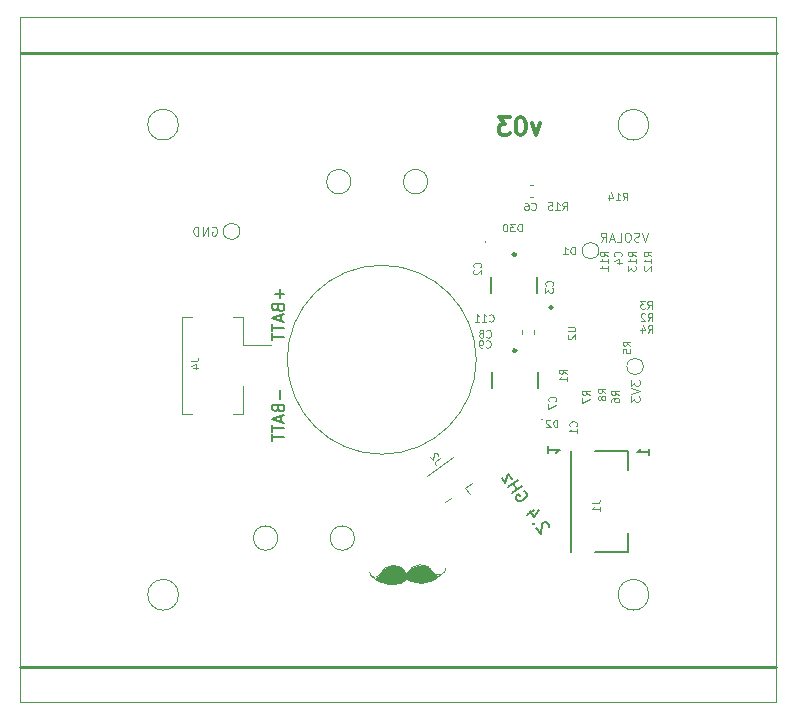
<source format=gbr>
%TF.GenerationSoftware,KiCad,Pcbnew,(5.1.5)-3*%
%TF.CreationDate,2020-08-29T16:56:36-07:00*%
%TF.ProjectId,ypanel,7970616e-656c-42e6-9b69-6361645f7063,rev?*%
%TF.SameCoordinates,Original*%
%TF.FileFunction,Legend,Bot*%
%TF.FilePolarity,Positive*%
%FSLAX46Y46*%
G04 Gerber Fmt 4.6, Leading zero omitted, Abs format (unit mm)*
G04 Created by KiCad (PCBNEW (5.1.5)-3) date 2020-08-29 16:56:36*
%MOMM*%
%LPD*%
G04 APERTURE LIST*
%ADD10C,0.177800*%
%ADD11C,0.101600*%
%ADD12C,0.100000*%
%ADD13C,0.254000*%
%ADD14C,0.050000*%
%ADD15C,0.300000*%
%ADD16C,0.120000*%
%ADD17C,0.150000*%
%ADD18C,0.200000*%
%ADD19C,0.250000*%
%ADD20C,0.127000*%
%ADD21C,0.076200*%
G04 APERTURE END LIST*
D10*
X157662619Y-106330785D02*
X157662619Y-106902214D01*
X157662619Y-106616500D02*
X158662619Y-106616500D01*
X158519761Y-106711738D01*
X158424523Y-106806976D01*
X158376904Y-106902214D01*
D11*
X129231571Y-87757000D02*
X129304142Y-87720714D01*
X129413000Y-87720714D01*
X129521857Y-87757000D01*
X129594428Y-87829571D01*
X129630714Y-87902142D01*
X129667000Y-88047285D01*
X129667000Y-88156142D01*
X129630714Y-88301285D01*
X129594428Y-88373857D01*
X129521857Y-88446428D01*
X129413000Y-88482714D01*
X129340428Y-88482714D01*
X129231571Y-88446428D01*
X129195285Y-88410142D01*
X129195285Y-88156142D01*
X129340428Y-88156142D01*
X128868714Y-88482714D02*
X128868714Y-87720714D01*
X128433285Y-88482714D01*
X128433285Y-87720714D01*
X128070428Y-88482714D02*
X128070428Y-87720714D01*
X127889000Y-87720714D01*
X127780142Y-87757000D01*
X127707571Y-87829571D01*
X127671285Y-87902142D01*
X127635000Y-88047285D01*
X127635000Y-88156142D01*
X127671285Y-88301285D01*
X127707571Y-88373857D01*
X127780142Y-88446428D01*
X127889000Y-88482714D01*
X128070428Y-88482714D01*
D12*
X151587000Y-99000001D02*
G75*
G03X151587000Y-99000001I-8000000J0D01*
G01*
X134779564Y-114100000D02*
G75*
G03X134779564Y-114100000I-1029564J0D01*
G01*
X141279564Y-114100000D02*
G75*
G03X141279564Y-114100000I-1029564J0D01*
G01*
X126375000Y-118900000D02*
G75*
G03X126375000Y-118900000I-1300000J0D01*
G01*
X140979564Y-83920436D02*
G75*
G03X140979564Y-83920436I-1029564J0D01*
G01*
X147479564Y-83920436D02*
G75*
G03X147479564Y-83920436I-1029564J0D01*
G01*
X176975000Y-70000000D02*
X176975000Y-128000000D01*
D10*
X166187380Y-107092714D02*
X166187380Y-106521285D01*
X166187380Y-106807000D02*
X165187380Y-106807000D01*
X165330238Y-106711761D01*
X165425476Y-106616523D01*
X165473095Y-106521285D01*
X157747545Y-113166952D02*
X157759239Y-113100631D01*
X157743620Y-112995304D01*
X157607054Y-112800267D01*
X157513421Y-112749566D01*
X157447100Y-112737872D01*
X157341772Y-112753491D01*
X157263758Y-112808117D01*
X157174049Y-112929064D01*
X157033721Y-113724909D01*
X156678649Y-113217815D01*
X156510845Y-112812123D02*
X156444525Y-112800429D01*
X156432831Y-112866750D01*
X156499151Y-112878444D01*
X156510845Y-112812123D01*
X156432831Y-112866750D01*
X156459982Y-111743228D02*
X155913881Y-112125612D01*
X156908606Y-111719759D02*
X156460063Y-112324492D01*
X156104992Y-111817398D01*
X155656125Y-110097074D02*
X155749759Y-110147775D01*
X155831698Y-110264797D01*
X155874631Y-110409132D01*
X155851243Y-110541772D01*
X155800541Y-110635406D01*
X155671825Y-110783666D01*
X155554804Y-110865605D01*
X155371462Y-110935851D01*
X155266134Y-110951470D01*
X155133493Y-110928082D01*
X155012546Y-110838373D01*
X154957920Y-110760359D01*
X154914988Y-110616024D01*
X154926682Y-110549703D01*
X155199733Y-110358511D01*
X155308985Y-110514540D01*
X154602849Y-110253265D02*
X155422001Y-109679688D01*
X155031929Y-109952820D02*
X154704171Y-109484733D01*
X154275091Y-109785178D02*
X155094243Y-109211601D01*
X154602687Y-109090735D02*
X154302242Y-108661656D01*
X154056586Y-109473120D01*
X153756141Y-109044040D01*
D11*
X164682714Y-100720071D02*
X164682714Y-101191785D01*
X164973000Y-100937785D01*
X164973000Y-101046642D01*
X165009285Y-101119214D01*
X165045571Y-101155500D01*
X165118142Y-101191785D01*
X165299571Y-101191785D01*
X165372142Y-101155500D01*
X165408428Y-101119214D01*
X165444714Y-101046642D01*
X165444714Y-100828928D01*
X165408428Y-100756357D01*
X165372142Y-100720071D01*
X164682714Y-101409500D02*
X165444714Y-101663500D01*
X164682714Y-101917500D01*
X164682714Y-102098928D02*
X164682714Y-102570642D01*
X164973000Y-102316642D01*
X164973000Y-102425500D01*
X165009285Y-102498071D01*
X165045571Y-102534357D01*
X165118142Y-102570642D01*
X165299571Y-102570642D01*
X165372142Y-102534357D01*
X165408428Y-102498071D01*
X165444714Y-102425500D01*
X165444714Y-102207785D01*
X165408428Y-102135214D01*
X165372142Y-102098928D01*
X166116000Y-88228714D02*
X165862000Y-88990714D01*
X165608000Y-88228714D01*
X165390285Y-88954428D02*
X165281428Y-88990714D01*
X165100000Y-88990714D01*
X165027428Y-88954428D01*
X164991142Y-88918142D01*
X164954857Y-88845571D01*
X164954857Y-88773000D01*
X164991142Y-88700428D01*
X165027428Y-88664142D01*
X165100000Y-88627857D01*
X165245142Y-88591571D01*
X165317714Y-88555285D01*
X165354000Y-88519000D01*
X165390285Y-88446428D01*
X165390285Y-88373857D01*
X165354000Y-88301285D01*
X165317714Y-88265000D01*
X165245142Y-88228714D01*
X165063714Y-88228714D01*
X164954857Y-88265000D01*
X164483142Y-88228714D02*
X164338000Y-88228714D01*
X164265428Y-88265000D01*
X164192857Y-88337571D01*
X164156571Y-88482714D01*
X164156571Y-88736714D01*
X164192857Y-88881857D01*
X164265428Y-88954428D01*
X164338000Y-88990714D01*
X164483142Y-88990714D01*
X164555714Y-88954428D01*
X164628285Y-88881857D01*
X164664571Y-88736714D01*
X164664571Y-88482714D01*
X164628285Y-88337571D01*
X164555714Y-88265000D01*
X164483142Y-88228714D01*
X163467142Y-88990714D02*
X163830000Y-88990714D01*
X163830000Y-88228714D01*
X163249428Y-88773000D02*
X162886571Y-88773000D01*
X163322000Y-88990714D02*
X163068000Y-88228714D01*
X162814000Y-88990714D01*
X162124571Y-88990714D02*
X162378571Y-88627857D01*
X162560000Y-88990714D02*
X162560000Y-88228714D01*
X162269714Y-88228714D01*
X162197142Y-88265000D01*
X162160857Y-88301285D01*
X162124571Y-88373857D01*
X162124571Y-88482714D01*
X162160857Y-88555285D01*
X162197142Y-88591571D01*
X162269714Y-88627857D01*
X162560000Y-88627857D01*
D13*
X113000000Y-125000000D02*
X176987200Y-125000000D01*
X113030000Y-72999600D02*
X177017200Y-72999600D01*
D12*
X166200000Y-118900000D02*
G75*
G03X166200000Y-118900000I-1300000J0D01*
G01*
D14*
X126372800Y-79100000D02*
G75*
G03X126372800Y-79100000I-1300000J0D01*
G01*
D12*
X166195000Y-79102480D02*
G75*
G03X166195000Y-79102480I-1300000J0D01*
G01*
D15*
X156985714Y-78978571D02*
X156628571Y-79978571D01*
X156271428Y-78978571D01*
X155414285Y-78478571D02*
X155271428Y-78478571D01*
X155128571Y-78550000D01*
X155057142Y-78621428D01*
X154985714Y-78764285D01*
X154914285Y-79050000D01*
X154914285Y-79407142D01*
X154985714Y-79692857D01*
X155057142Y-79835714D01*
X155128571Y-79907142D01*
X155271428Y-79978571D01*
X155414285Y-79978571D01*
X155557142Y-79907142D01*
X155628571Y-79835714D01*
X155700000Y-79692857D01*
X155771428Y-79407142D01*
X155771428Y-79050000D01*
X155700000Y-78764285D01*
X155628571Y-78621428D01*
X155557142Y-78550000D01*
X155414285Y-78478571D01*
X154414285Y-78478571D02*
X153485714Y-78478571D01*
X153985714Y-79050000D01*
X153771428Y-79050000D01*
X153628571Y-79121428D01*
X153557142Y-79192857D01*
X153485714Y-79335714D01*
X153485714Y-79692857D01*
X153557142Y-79835714D01*
X153628571Y-79907142D01*
X153771428Y-79978571D01*
X154200000Y-79978571D01*
X154342857Y-79907142D01*
X154414285Y-79835714D01*
D16*
X145700520Y-117604960D02*
G75*
G02X142656774Y-117276102I-1332859J1913849D01*
G01*
X143414520Y-117198560D02*
G75*
G02X142567232Y-117005552I-390089J243807D01*
G01*
X143421578Y-117191223D02*
G75*
G02X145725919Y-117147761I1161342J-464537D01*
G01*
X148811248Y-117046117D02*
G75*
G02X145768520Y-117622360I-1899729J1709756D01*
G01*
X149028520Y-116597360D02*
G75*
G02X148012520Y-117105360I-635000J0D01*
G01*
X145707578Y-117140822D02*
G75*
G02X148011919Y-117097360I1161342J-464537D01*
G01*
D17*
X134945428Y-93051571D02*
X134945428Y-93813476D01*
X135326380Y-93432523D02*
X134564476Y-93432523D01*
X134802571Y-94623000D02*
X134850190Y-94765857D01*
X134897809Y-94813476D01*
X134993047Y-94861095D01*
X135135904Y-94861095D01*
X135231142Y-94813476D01*
X135278761Y-94765857D01*
X135326380Y-94670619D01*
X135326380Y-94289666D01*
X134326380Y-94289666D01*
X134326380Y-94623000D01*
X134374000Y-94718238D01*
X134421619Y-94765857D01*
X134516857Y-94813476D01*
X134612095Y-94813476D01*
X134707333Y-94765857D01*
X134754952Y-94718238D01*
X134802571Y-94623000D01*
X134802571Y-94289666D01*
X135040666Y-95242047D02*
X135040666Y-95718238D01*
X135326380Y-95146809D02*
X134326380Y-95480142D01*
X135326380Y-95813476D01*
X134326380Y-96003952D02*
X134326380Y-96575380D01*
X135326380Y-96289666D02*
X134326380Y-96289666D01*
X134326380Y-96765857D02*
X134326380Y-97337285D01*
X135326380Y-97051571D02*
X134326380Y-97051571D01*
X134945428Y-101560571D02*
X134945428Y-102322476D01*
X134802571Y-103132000D02*
X134850190Y-103274857D01*
X134897809Y-103322476D01*
X134993047Y-103370095D01*
X135135904Y-103370095D01*
X135231142Y-103322476D01*
X135278761Y-103274857D01*
X135326380Y-103179619D01*
X135326380Y-102798666D01*
X134326380Y-102798666D01*
X134326380Y-103132000D01*
X134374000Y-103227238D01*
X134421619Y-103274857D01*
X134516857Y-103322476D01*
X134612095Y-103322476D01*
X134707333Y-103274857D01*
X134754952Y-103227238D01*
X134802571Y-103132000D01*
X134802571Y-102798666D01*
X135040666Y-103751047D02*
X135040666Y-104227238D01*
X135326380Y-103655809D02*
X134326380Y-103989142D01*
X135326380Y-104322476D01*
X134326380Y-104512952D02*
X134326380Y-105084380D01*
X135326380Y-104798666D02*
X134326380Y-104798666D01*
X134326380Y-105274857D02*
X134326380Y-105846285D01*
X135326380Y-105560571D02*
X134326380Y-105560571D01*
D12*
X176975000Y-70000000D02*
X113000000Y-70000000D01*
X113000000Y-128000000D02*
X176975000Y-128000000D01*
X113000000Y-70000000D02*
X113000000Y-128000000D01*
D18*
X164450000Y-106750000D02*
X164450000Y-108300000D01*
X164450000Y-115250000D02*
X164450000Y-113700000D01*
X164450000Y-106750000D02*
X161600000Y-106750000D01*
X164450000Y-115250000D02*
X161600000Y-115250000D01*
X159570000Y-115250000D02*
X159570000Y-106750000D01*
D16*
X161967720Y-89773460D02*
G75*
G03X161967720Y-89773460I-700000J0D01*
G01*
X131573500Y-88138000D02*
G75*
G03X131573500Y-88138000I-700000J0D01*
G01*
X165736500Y-99568000D02*
G75*
G03X165736500Y-99568000I-700000J0D01*
G01*
X126640000Y-103585000D02*
X127490000Y-103585000D01*
X126640000Y-95415000D02*
X126640000Y-103585000D01*
X127490000Y-95415000D02*
X126640000Y-95415000D01*
X131860000Y-103585000D02*
X131860000Y-101260000D01*
X131010000Y-103585000D02*
X131860000Y-103585000D01*
X131860000Y-97740000D02*
X134250000Y-97740000D01*
X131860000Y-95415000D02*
X131860000Y-97740000D01*
X131010000Y-95415000D02*
X131860000Y-95415000D01*
D18*
X152361500Y-89026000D02*
G75*
G03X152361500Y-89026000I-19000J0D01*
G01*
D16*
X156423579Y-85244400D02*
X156098021Y-85244400D01*
X156423579Y-84224400D02*
X156098021Y-84224400D01*
D19*
X158045844Y-94570660D02*
G75*
G03X158045844Y-94570660I-125000J0D01*
G01*
D18*
X157163380Y-104070820D02*
G75*
G03X157163380Y-104070820I-19000J0D01*
G01*
D13*
X154968520Y-98210000D02*
G75*
G03X154968520Y-98210000I-127000J0D01*
G01*
D20*
X152892070Y-101429450D02*
X152892070Y-100070550D01*
X156790970Y-100070550D02*
X156790970Y-101429450D01*
D13*
X154935500Y-90093500D02*
G75*
G03X154935500Y-90093500I-127000J0D01*
G01*
D20*
X152859050Y-93312950D02*
X152859050Y-91954050D01*
X156757950Y-91954050D02*
X156757950Y-93312950D01*
D16*
X156466000Y-96484221D02*
X156466000Y-96809779D01*
X155446000Y-96484221D02*
X155446000Y-96809779D01*
X149595842Y-107260028D02*
X147384132Y-108808684D01*
X150672671Y-109826531D02*
X151034024Y-110342597D01*
X148903302Y-111065457D02*
X149427560Y-110698368D01*
X151196928Y-109459443D02*
X150672671Y-109826531D01*
D21*
X161418221Y-111160193D02*
X161871793Y-111160193D01*
X161962507Y-111129955D01*
X162022983Y-111069479D01*
X162053221Y-110978764D01*
X162053221Y-110918288D01*
X162053221Y-111795193D02*
X162053221Y-111432336D01*
X162053221Y-111613764D02*
X161418221Y-111613764D01*
X161508936Y-111553288D01*
X161569412Y-111492812D01*
X161599650Y-111432336D01*
X127431541Y-99110533D02*
X127885113Y-99110533D01*
X127975827Y-99080295D01*
X128036303Y-99019819D01*
X128066541Y-98929104D01*
X128066541Y-98868628D01*
X127643208Y-99685057D02*
X128066541Y-99685057D01*
X127401303Y-99533866D02*
X127854875Y-99382676D01*
X127854875Y-99775771D01*
X155421071Y-88137261D02*
X155421071Y-87502261D01*
X155269880Y-87502261D01*
X155179166Y-87532500D01*
X155118690Y-87592976D01*
X155088452Y-87653452D01*
X155058214Y-87774404D01*
X155058214Y-87865119D01*
X155088452Y-87986071D01*
X155118690Y-88046547D01*
X155179166Y-88107023D01*
X155269880Y-88137261D01*
X155421071Y-88137261D01*
X154846547Y-87502261D02*
X154453452Y-87502261D01*
X154665119Y-87744166D01*
X154574404Y-87744166D01*
X154513928Y-87774404D01*
X154483690Y-87804642D01*
X154453452Y-87865119D01*
X154453452Y-88016309D01*
X154483690Y-88076785D01*
X154513928Y-88107023D01*
X154574404Y-88137261D01*
X154755833Y-88137261D01*
X154816309Y-88107023D01*
X154846547Y-88076785D01*
X154060357Y-87502261D02*
X153999880Y-87502261D01*
X153939404Y-87532500D01*
X153909166Y-87562738D01*
X153878928Y-87623214D01*
X153848690Y-87744166D01*
X153848690Y-87895357D01*
X153878928Y-88016309D01*
X153909166Y-88076785D01*
X153939404Y-88107023D01*
X153999880Y-88137261D01*
X154060357Y-88137261D01*
X154120833Y-88107023D01*
X154151071Y-88076785D01*
X154181309Y-88016309D01*
X154211547Y-87895357D01*
X154211547Y-87744166D01*
X154181309Y-87623214D01*
X154151071Y-87562738D01*
X154120833Y-87532500D01*
X154060357Y-87502261D01*
X156255833Y-86276785D02*
X156286071Y-86307023D01*
X156376785Y-86337261D01*
X156437261Y-86337261D01*
X156527976Y-86307023D01*
X156588452Y-86246547D01*
X156618690Y-86186071D01*
X156648928Y-86065119D01*
X156648928Y-85974404D01*
X156618690Y-85853452D01*
X156588452Y-85792976D01*
X156527976Y-85732500D01*
X156437261Y-85702261D01*
X156376785Y-85702261D01*
X156286071Y-85732500D01*
X156255833Y-85762738D01*
X155711547Y-85702261D02*
X155832500Y-85702261D01*
X155892976Y-85732500D01*
X155923214Y-85762738D01*
X155983690Y-85853452D01*
X156013928Y-85974404D01*
X156013928Y-86216309D01*
X155983690Y-86276785D01*
X155953452Y-86307023D01*
X155892976Y-86337261D01*
X155772023Y-86337261D01*
X155711547Y-86307023D01*
X155681309Y-86276785D01*
X155651071Y-86216309D01*
X155651071Y-86065119D01*
X155681309Y-86004642D01*
X155711547Y-85974404D01*
X155772023Y-85944166D01*
X155892976Y-85944166D01*
X155953452Y-85974404D01*
X155983690Y-86004642D01*
X156013928Y-86065119D01*
X152412333Y-97926785D02*
X152442571Y-97957023D01*
X152533285Y-97987261D01*
X152593761Y-97987261D01*
X152684476Y-97957023D01*
X152744952Y-97896547D01*
X152775190Y-97836071D01*
X152805428Y-97715119D01*
X152805428Y-97624404D01*
X152775190Y-97503452D01*
X152744952Y-97442976D01*
X152684476Y-97382500D01*
X152593761Y-97352261D01*
X152533285Y-97352261D01*
X152442571Y-97382500D01*
X152412333Y-97412738D01*
X152109952Y-97987261D02*
X151989000Y-97987261D01*
X151928523Y-97957023D01*
X151898285Y-97926785D01*
X151837809Y-97836071D01*
X151807571Y-97715119D01*
X151807571Y-97473214D01*
X151837809Y-97412738D01*
X151868047Y-97382500D01*
X151928523Y-97352261D01*
X152049476Y-97352261D01*
X152109952Y-97382500D01*
X152140190Y-97412738D01*
X152170428Y-97473214D01*
X152170428Y-97624404D01*
X152140190Y-97684880D01*
X152109952Y-97715119D01*
X152049476Y-97745357D01*
X151928523Y-97745357D01*
X151868047Y-97715119D01*
X151837809Y-97684880D01*
X151807571Y-97624404D01*
X159921701Y-90075961D02*
X159921701Y-89440961D01*
X159770510Y-89440961D01*
X159679796Y-89471200D01*
X159619320Y-89531676D01*
X159589082Y-89592152D01*
X159558844Y-89713104D01*
X159558844Y-89803819D01*
X159589082Y-89924771D01*
X159619320Y-89985247D01*
X159679796Y-90045723D01*
X159770510Y-90075961D01*
X159921701Y-90075961D01*
X158954082Y-90075961D02*
X159316939Y-90075961D01*
X159135510Y-90075961D02*
X159135510Y-89440961D01*
X159195987Y-89531676D01*
X159256463Y-89592152D01*
X159316939Y-89622390D01*
X159323105Y-96236850D02*
X159837153Y-96236850D01*
X159897629Y-96267088D01*
X159927867Y-96297326D01*
X159958105Y-96357802D01*
X159958105Y-96478755D01*
X159927867Y-96539231D01*
X159897629Y-96569469D01*
X159837153Y-96599707D01*
X159323105Y-96599707D01*
X159383582Y-96871850D02*
X159353344Y-96902088D01*
X159323105Y-96962564D01*
X159323105Y-97113755D01*
X159353344Y-97174231D01*
X159383582Y-97204469D01*
X159444058Y-97234707D01*
X159504534Y-97234707D01*
X159595248Y-97204469D01*
X159958105Y-96841612D01*
X159958105Y-97234707D01*
X158465570Y-104697581D02*
X158465570Y-104062581D01*
X158314380Y-104062581D01*
X158223665Y-104092820D01*
X158163189Y-104153296D01*
X158132951Y-104213772D01*
X158102713Y-104334724D01*
X158102713Y-104425439D01*
X158132951Y-104546391D01*
X158163189Y-104606867D01*
X158223665Y-104667343D01*
X158314380Y-104697581D01*
X158465570Y-104697581D01*
X157860808Y-104123058D02*
X157830570Y-104092820D01*
X157770094Y-104062581D01*
X157618903Y-104062581D01*
X157558427Y-104092820D01*
X157528189Y-104123058D01*
X157497951Y-104183534D01*
X157497951Y-104244010D01*
X157528189Y-104334724D01*
X157891046Y-104697581D01*
X157497951Y-104697581D01*
X166078833Y-94666761D02*
X166290500Y-94364380D01*
X166441690Y-94666761D02*
X166441690Y-94031761D01*
X166199785Y-94031761D01*
X166139309Y-94062000D01*
X166109071Y-94092238D01*
X166078833Y-94152714D01*
X166078833Y-94243428D01*
X166109071Y-94303904D01*
X166139309Y-94334142D01*
X166199785Y-94364380D01*
X166441690Y-94364380D01*
X165867166Y-94031761D02*
X165474071Y-94031761D01*
X165685738Y-94273666D01*
X165595023Y-94273666D01*
X165534547Y-94303904D01*
X165504309Y-94334142D01*
X165474071Y-94394619D01*
X165474071Y-94545809D01*
X165504309Y-94606285D01*
X165534547Y-94636523D01*
X165595023Y-94666761D01*
X165776452Y-94666761D01*
X165836928Y-94636523D01*
X165867166Y-94606285D01*
X166128833Y-95716761D02*
X166340500Y-95414380D01*
X166491690Y-95716761D02*
X166491690Y-95081761D01*
X166249785Y-95081761D01*
X166189309Y-95112000D01*
X166159071Y-95142238D01*
X166128833Y-95202714D01*
X166128833Y-95293428D01*
X166159071Y-95353904D01*
X166189309Y-95384142D01*
X166249785Y-95414380D01*
X166491690Y-95414380D01*
X165886928Y-95142238D02*
X165856690Y-95112000D01*
X165796214Y-95081761D01*
X165645023Y-95081761D01*
X165584547Y-95112000D01*
X165554309Y-95142238D01*
X165524071Y-95202714D01*
X165524071Y-95263190D01*
X165554309Y-95353904D01*
X165917166Y-95716761D01*
X165524071Y-95716761D01*
X165097261Y-90241785D02*
X164794880Y-90030119D01*
X165097261Y-89878928D02*
X164462261Y-89878928D01*
X164462261Y-90120833D01*
X164492500Y-90181309D01*
X164522738Y-90211547D01*
X164583214Y-90241785D01*
X164673928Y-90241785D01*
X164734404Y-90211547D01*
X164764642Y-90181309D01*
X164794880Y-90120833D01*
X164794880Y-89878928D01*
X165097261Y-90846547D02*
X165097261Y-90483690D01*
X165097261Y-90665119D02*
X164462261Y-90665119D01*
X164552976Y-90604642D01*
X164613452Y-90544166D01*
X164643690Y-90483690D01*
X164462261Y-91058214D02*
X164462261Y-91451309D01*
X164704166Y-91239642D01*
X164704166Y-91330357D01*
X164734404Y-91390833D01*
X164764642Y-91421071D01*
X164825119Y-91451309D01*
X164976309Y-91451309D01*
X165036785Y-91421071D01*
X165067023Y-91390833D01*
X165097261Y-91330357D01*
X165097261Y-91148928D01*
X165067023Y-91088452D01*
X165036785Y-91058214D01*
X152442333Y-97064285D02*
X152472571Y-97094523D01*
X152563285Y-97124761D01*
X152623761Y-97124761D01*
X152714476Y-97094523D01*
X152774952Y-97034047D01*
X152805190Y-96973571D01*
X152835428Y-96852619D01*
X152835428Y-96761904D01*
X152805190Y-96640952D01*
X152774952Y-96580476D01*
X152714476Y-96520000D01*
X152623761Y-96489761D01*
X152563285Y-96489761D01*
X152472571Y-96520000D01*
X152442333Y-96550238D01*
X152079476Y-96761904D02*
X152139952Y-96731666D01*
X152170190Y-96701428D01*
X152200428Y-96640952D01*
X152200428Y-96610714D01*
X152170190Y-96550238D01*
X152139952Y-96520000D01*
X152079476Y-96489761D01*
X151958523Y-96489761D01*
X151898047Y-96520000D01*
X151867809Y-96550238D01*
X151837571Y-96610714D01*
X151837571Y-96640952D01*
X151867809Y-96701428D01*
X151898047Y-96731666D01*
X151958523Y-96761904D01*
X152079476Y-96761904D01*
X152139952Y-96792142D01*
X152170190Y-96822380D01*
X152200428Y-96882857D01*
X152200428Y-97003809D01*
X152170190Y-97064285D01*
X152139952Y-97094523D01*
X152079476Y-97124761D01*
X151958523Y-97124761D01*
X151898047Y-97094523D01*
X151867809Y-97064285D01*
X151837571Y-97003809D01*
X151837571Y-96882857D01*
X151867809Y-96822380D01*
X151898047Y-96792142D01*
X151958523Y-96761904D01*
X166128833Y-96716761D02*
X166340500Y-96414380D01*
X166491690Y-96716761D02*
X166491690Y-96081761D01*
X166249785Y-96081761D01*
X166189309Y-96112000D01*
X166159071Y-96142238D01*
X166128833Y-96202714D01*
X166128833Y-96293428D01*
X166159071Y-96353904D01*
X166189309Y-96384142D01*
X166249785Y-96414380D01*
X166491690Y-96414380D01*
X165584547Y-96293428D02*
X165584547Y-96716761D01*
X165735738Y-96051523D02*
X165886928Y-96505095D01*
X165493833Y-96505095D01*
X162529761Y-101811666D02*
X162227380Y-101600000D01*
X162529761Y-101448809D02*
X161894761Y-101448809D01*
X161894761Y-101690714D01*
X161925000Y-101751190D01*
X161955238Y-101781428D01*
X162015714Y-101811666D01*
X162106428Y-101811666D01*
X162166904Y-101781428D01*
X162197142Y-101751190D01*
X162227380Y-101690714D01*
X162227380Y-101448809D01*
X162166904Y-102174523D02*
X162136666Y-102114047D01*
X162106428Y-102083809D01*
X162045952Y-102053571D01*
X162015714Y-102053571D01*
X161955238Y-102083809D01*
X161925000Y-102114047D01*
X161894761Y-102174523D01*
X161894761Y-102295476D01*
X161925000Y-102355952D01*
X161955238Y-102386190D01*
X162015714Y-102416428D01*
X162045952Y-102416428D01*
X162106428Y-102386190D01*
X162136666Y-102355952D01*
X162166904Y-102295476D01*
X162166904Y-102174523D01*
X162197142Y-102114047D01*
X162227380Y-102083809D01*
X162287857Y-102053571D01*
X162408809Y-102053571D01*
X162469285Y-102083809D01*
X162499523Y-102114047D01*
X162529761Y-102174523D01*
X162529761Y-102295476D01*
X162499523Y-102355952D01*
X162469285Y-102386190D01*
X162408809Y-102416428D01*
X162287857Y-102416428D01*
X162227380Y-102386190D01*
X162197142Y-102355952D01*
X162166904Y-102295476D01*
X163672761Y-102002166D02*
X163370380Y-101790500D01*
X163672761Y-101639309D02*
X163037761Y-101639309D01*
X163037761Y-101881214D01*
X163068000Y-101941690D01*
X163098238Y-101971928D01*
X163158714Y-102002166D01*
X163249428Y-102002166D01*
X163309904Y-101971928D01*
X163340142Y-101941690D01*
X163370380Y-101881214D01*
X163370380Y-101639309D01*
X163037761Y-102546452D02*
X163037761Y-102425500D01*
X163068000Y-102365023D01*
X163098238Y-102334785D01*
X163188952Y-102274309D01*
X163309904Y-102244071D01*
X163551809Y-102244071D01*
X163612285Y-102274309D01*
X163642523Y-102304547D01*
X163672761Y-102365023D01*
X163672761Y-102485976D01*
X163642523Y-102546452D01*
X163612285Y-102576690D01*
X163551809Y-102606928D01*
X163400619Y-102606928D01*
X163340142Y-102576690D01*
X163309904Y-102546452D01*
X163279666Y-102485976D01*
X163279666Y-102365023D01*
X163309904Y-102304547D01*
X163340142Y-102274309D01*
X163400619Y-102244071D01*
X161196261Y-102002166D02*
X160893880Y-101790500D01*
X161196261Y-101639309D02*
X160561261Y-101639309D01*
X160561261Y-101881214D01*
X160591500Y-101941690D01*
X160621738Y-101971928D01*
X160682214Y-102002166D01*
X160772928Y-102002166D01*
X160833404Y-101971928D01*
X160863642Y-101941690D01*
X160893880Y-101881214D01*
X160893880Y-101639309D01*
X160561261Y-102213833D02*
X160561261Y-102637166D01*
X161196261Y-102365023D01*
X164637261Y-97824666D02*
X164334880Y-97613000D01*
X164637261Y-97461809D02*
X164002261Y-97461809D01*
X164002261Y-97703714D01*
X164032500Y-97764190D01*
X164062738Y-97794428D01*
X164123214Y-97824666D01*
X164213928Y-97824666D01*
X164274404Y-97794428D01*
X164304642Y-97764190D01*
X164334880Y-97703714D01*
X164334880Y-97461809D01*
X164002261Y-98399190D02*
X164002261Y-98096809D01*
X164304642Y-98066571D01*
X164274404Y-98096809D01*
X164244166Y-98157285D01*
X164244166Y-98308476D01*
X164274404Y-98368952D01*
X164304642Y-98399190D01*
X164365119Y-98429428D01*
X164516309Y-98429428D01*
X164576785Y-98399190D01*
X164607023Y-98368952D01*
X164637261Y-98308476D01*
X164637261Y-98157285D01*
X164607023Y-98096809D01*
X164576785Y-98066571D01*
X162714761Y-90241785D02*
X162412380Y-90030119D01*
X162714761Y-89878928D02*
X162079761Y-89878928D01*
X162079761Y-90120833D01*
X162110000Y-90181309D01*
X162140238Y-90211547D01*
X162200714Y-90241785D01*
X162291428Y-90241785D01*
X162351904Y-90211547D01*
X162382142Y-90181309D01*
X162412380Y-90120833D01*
X162412380Y-89878928D01*
X162714761Y-90846547D02*
X162714761Y-90483690D01*
X162714761Y-90665119D02*
X162079761Y-90665119D01*
X162170476Y-90604642D01*
X162230952Y-90544166D01*
X162261190Y-90483690D01*
X162714761Y-91451309D02*
X162714761Y-91088452D01*
X162714761Y-91269880D02*
X162079761Y-91269880D01*
X162170476Y-91209404D01*
X162230952Y-91148928D01*
X162261190Y-91088452D01*
X166390261Y-90241785D02*
X166087880Y-90030119D01*
X166390261Y-89878928D02*
X165755261Y-89878928D01*
X165755261Y-90120833D01*
X165785500Y-90181309D01*
X165815738Y-90211547D01*
X165876214Y-90241785D01*
X165966928Y-90241785D01*
X166027404Y-90211547D01*
X166057642Y-90181309D01*
X166087880Y-90120833D01*
X166087880Y-89878928D01*
X166390261Y-90846547D02*
X166390261Y-90483690D01*
X166390261Y-90665119D02*
X165755261Y-90665119D01*
X165845976Y-90604642D01*
X165906452Y-90544166D01*
X165936690Y-90483690D01*
X165815738Y-91088452D02*
X165785500Y-91118690D01*
X165755261Y-91179166D01*
X165755261Y-91330357D01*
X165785500Y-91390833D01*
X165815738Y-91421071D01*
X165876214Y-91451309D01*
X165936690Y-91451309D01*
X166027404Y-91421071D01*
X166390261Y-91058214D01*
X166390261Y-91451309D01*
X164008214Y-85487261D02*
X164219880Y-85184880D01*
X164371071Y-85487261D02*
X164371071Y-84852261D01*
X164129166Y-84852261D01*
X164068690Y-84882500D01*
X164038452Y-84912738D01*
X164008214Y-84973214D01*
X164008214Y-85063928D01*
X164038452Y-85124404D01*
X164068690Y-85154642D01*
X164129166Y-85184880D01*
X164371071Y-85184880D01*
X163403452Y-85487261D02*
X163766309Y-85487261D01*
X163584880Y-85487261D02*
X163584880Y-84852261D01*
X163645357Y-84942976D01*
X163705833Y-85003452D01*
X163766309Y-85033690D01*
X162859166Y-85063928D02*
X162859166Y-85487261D01*
X163010357Y-84822023D02*
X163161547Y-85275595D01*
X162768452Y-85275595D01*
X158878814Y-86317061D02*
X159090480Y-86014680D01*
X159241671Y-86317061D02*
X159241671Y-85682061D01*
X158999766Y-85682061D01*
X158939290Y-85712300D01*
X158909052Y-85742538D01*
X158878814Y-85803014D01*
X158878814Y-85893728D01*
X158909052Y-85954204D01*
X158939290Y-85984442D01*
X158999766Y-86014680D01*
X159241671Y-86014680D01*
X158274052Y-86317061D02*
X158636909Y-86317061D01*
X158455480Y-86317061D02*
X158455480Y-85682061D01*
X158515957Y-85772776D01*
X158576433Y-85833252D01*
X158636909Y-85863490D01*
X157699528Y-85682061D02*
X158001909Y-85682061D01*
X158032147Y-85984442D01*
X158001909Y-85954204D01*
X157941433Y-85923966D01*
X157790242Y-85923966D01*
X157729766Y-85954204D01*
X157699528Y-85984442D01*
X157669290Y-86044919D01*
X157669290Y-86196109D01*
X157699528Y-86256585D01*
X157729766Y-86286823D01*
X157790242Y-86317061D01*
X157941433Y-86317061D01*
X158001909Y-86286823D01*
X158032147Y-86256585D01*
X159237261Y-100194166D02*
X158934880Y-99982500D01*
X159237261Y-99831309D02*
X158602261Y-99831309D01*
X158602261Y-100073214D01*
X158632500Y-100133690D01*
X158662738Y-100163928D01*
X158723214Y-100194166D01*
X158813928Y-100194166D01*
X158874404Y-100163928D01*
X158904642Y-100133690D01*
X158934880Y-100073214D01*
X158934880Y-99831309D01*
X159237261Y-100798928D02*
X159237261Y-100436071D01*
X159237261Y-100617500D02*
X158602261Y-100617500D01*
X158692976Y-100557023D01*
X158753452Y-100496547D01*
X158783690Y-100436071D01*
X152681214Y-95730785D02*
X152711452Y-95761023D01*
X152802166Y-95791261D01*
X152862642Y-95791261D01*
X152953357Y-95761023D01*
X153013833Y-95700547D01*
X153044071Y-95640071D01*
X153074309Y-95519119D01*
X153074309Y-95428404D01*
X153044071Y-95307452D01*
X153013833Y-95246976D01*
X152953357Y-95186500D01*
X152862642Y-95156261D01*
X152802166Y-95156261D01*
X152711452Y-95186500D01*
X152681214Y-95216738D01*
X152076452Y-95791261D02*
X152439309Y-95791261D01*
X152257880Y-95791261D02*
X152257880Y-95156261D01*
X152318357Y-95246976D01*
X152378833Y-95307452D01*
X152439309Y-95337690D01*
X151471690Y-95791261D02*
X151834547Y-95791261D01*
X151653119Y-95791261D02*
X151653119Y-95156261D01*
X151713595Y-95246976D01*
X151774071Y-95307452D01*
X151834547Y-95337690D01*
X158278285Y-102510166D02*
X158308523Y-102479928D01*
X158338761Y-102389214D01*
X158338761Y-102328738D01*
X158308523Y-102238023D01*
X158248047Y-102177547D01*
X158187571Y-102147309D01*
X158066619Y-102117071D01*
X157975904Y-102117071D01*
X157854952Y-102147309D01*
X157794476Y-102177547D01*
X157734000Y-102238023D01*
X157703761Y-102328738D01*
X157703761Y-102389214D01*
X157734000Y-102479928D01*
X157764238Y-102510166D01*
X157703761Y-102721833D02*
X157703761Y-103145166D01*
X158338761Y-102873023D01*
X163826785Y-90244166D02*
X163857023Y-90213928D01*
X163887261Y-90123214D01*
X163887261Y-90062738D01*
X163857023Y-89972023D01*
X163796547Y-89911547D01*
X163736071Y-89881309D01*
X163615119Y-89851071D01*
X163524404Y-89851071D01*
X163403452Y-89881309D01*
X163342976Y-89911547D01*
X163282500Y-89972023D01*
X163252261Y-90062738D01*
X163252261Y-90123214D01*
X163282500Y-90213928D01*
X163312738Y-90244166D01*
X163463928Y-90788452D02*
X163887261Y-90788452D01*
X163222023Y-90637261D02*
X163675595Y-90486071D01*
X163675595Y-90879166D01*
X151925985Y-91172166D02*
X151956223Y-91141928D01*
X151986461Y-91051214D01*
X151986461Y-90990738D01*
X151956223Y-90900023D01*
X151895747Y-90839547D01*
X151835271Y-90809309D01*
X151714319Y-90779071D01*
X151623604Y-90779071D01*
X151502652Y-90809309D01*
X151442176Y-90839547D01*
X151381700Y-90900023D01*
X151351461Y-90990738D01*
X151351461Y-91051214D01*
X151381700Y-91141928D01*
X151411938Y-91172166D01*
X151411938Y-91414071D02*
X151381700Y-91444309D01*
X151351461Y-91504785D01*
X151351461Y-91655976D01*
X151381700Y-91716452D01*
X151411938Y-91746690D01*
X151472414Y-91776928D01*
X151532890Y-91776928D01*
X151623604Y-91746690D01*
X151986461Y-91383833D01*
X151986461Y-91776928D01*
X158019785Y-92718166D02*
X158050023Y-92687928D01*
X158080261Y-92597214D01*
X158080261Y-92536738D01*
X158050023Y-92446023D01*
X157989547Y-92385547D01*
X157929071Y-92355309D01*
X157808119Y-92325071D01*
X157717404Y-92325071D01*
X157596452Y-92355309D01*
X157535976Y-92385547D01*
X157475500Y-92446023D01*
X157445261Y-92536738D01*
X157445261Y-92597214D01*
X157475500Y-92687928D01*
X157505738Y-92718166D01*
X157445261Y-92929833D02*
X157445261Y-93322928D01*
X157687166Y-93111261D01*
X157687166Y-93201976D01*
X157717404Y-93262452D01*
X157747642Y-93292690D01*
X157808119Y-93322928D01*
X157959309Y-93322928D01*
X158019785Y-93292690D01*
X158050023Y-93262452D01*
X158080261Y-93201976D01*
X158080261Y-93020547D01*
X158050023Y-92960071D01*
X158019785Y-92929833D01*
X160051785Y-104619166D02*
X160082023Y-104588928D01*
X160112261Y-104498214D01*
X160112261Y-104437738D01*
X160082023Y-104347023D01*
X160021547Y-104286547D01*
X159961071Y-104256309D01*
X159840119Y-104226071D01*
X159749404Y-104226071D01*
X159628452Y-104256309D01*
X159567976Y-104286547D01*
X159507500Y-104347023D01*
X159477261Y-104437738D01*
X159477261Y-104498214D01*
X159507500Y-104588928D01*
X159537738Y-104619166D01*
X160112261Y-105223928D02*
X160112261Y-104861071D01*
X160112261Y-105042500D02*
X159477261Y-105042500D01*
X159567976Y-104982023D01*
X159628452Y-104921547D01*
X159658690Y-104861071D01*
X148551757Y-107352432D02*
X148180213Y-107612590D01*
X148123248Y-107689391D01*
X148108397Y-107773618D01*
X148135658Y-107865271D01*
X148170346Y-107914810D01*
X148346123Y-107164194D02*
X148353549Y-107122080D01*
X148343631Y-107055197D01*
X148256911Y-106931349D01*
X148197454Y-106899154D01*
X148155341Y-106891728D01*
X148088457Y-106901646D01*
X148038918Y-106936334D01*
X147981953Y-107013135D01*
X147892844Y-107518497D01*
X147667374Y-107196492D01*
D13*
G36*
X147547136Y-116686359D02*
G01*
X147839294Y-117027211D01*
X147845917Y-117034363D01*
X148150717Y-117339163D01*
X148169963Y-117354957D01*
X148191919Y-117366693D01*
X148215744Y-117373920D01*
X148219586Y-117374298D01*
X147641937Y-117685340D01*
X146918731Y-117781768D01*
X146096661Y-117685054D01*
X145763530Y-117494693D01*
X145740807Y-117484519D01*
X145716536Y-117478974D01*
X145691650Y-117478270D01*
X145667104Y-117482435D01*
X145639706Y-117493467D01*
X145099711Y-117788010D01*
X144526469Y-117883550D01*
X143898417Y-117835238D01*
X143225976Y-117595081D01*
X143144218Y-117523543D01*
X143175061Y-117510662D01*
X143429061Y-117358262D01*
X143449051Y-117343422D01*
X143469390Y-117319807D01*
X143759020Y-116885362D01*
X144122566Y-116658146D01*
X144588494Y-116564961D01*
X144993220Y-116609930D01*
X145306959Y-116834030D01*
X145607510Y-117218624D01*
X145624689Y-117236644D01*
X145645053Y-117250966D01*
X145667820Y-117261039D01*
X145692115Y-117266478D01*
X145717005Y-117267073D01*
X145741532Y-117262800D01*
X145764754Y-117253825D01*
X145785779Y-117240491D01*
X145803799Y-117223312D01*
X145818121Y-117202948D01*
X145829170Y-117177088D01*
X145864983Y-117058320D01*
X146181000Y-116697158D01*
X146693634Y-116510746D01*
X147193453Y-116465308D01*
X147547136Y-116686359D01*
G37*
X147547136Y-116686359D02*
X147839294Y-117027211D01*
X147845917Y-117034363D01*
X148150717Y-117339163D01*
X148169963Y-117354957D01*
X148191919Y-117366693D01*
X148215744Y-117373920D01*
X148219586Y-117374298D01*
X147641937Y-117685340D01*
X146918731Y-117781768D01*
X146096661Y-117685054D01*
X145763530Y-117494693D01*
X145740807Y-117484519D01*
X145716536Y-117478974D01*
X145691650Y-117478270D01*
X145667104Y-117482435D01*
X145639706Y-117493467D01*
X145099711Y-117788010D01*
X144526469Y-117883550D01*
X143898417Y-117835238D01*
X143225976Y-117595081D01*
X143144218Y-117523543D01*
X143175061Y-117510662D01*
X143429061Y-117358262D01*
X143449051Y-117343422D01*
X143469390Y-117319807D01*
X143759020Y-116885362D01*
X144122566Y-116658146D01*
X144588494Y-116564961D01*
X144993220Y-116609930D01*
X145306959Y-116834030D01*
X145607510Y-117218624D01*
X145624689Y-117236644D01*
X145645053Y-117250966D01*
X145667820Y-117261039D01*
X145692115Y-117266478D01*
X145717005Y-117267073D01*
X145741532Y-117262800D01*
X145764754Y-117253825D01*
X145785779Y-117240491D01*
X145803799Y-117223312D01*
X145818121Y-117202948D01*
X145829170Y-117177088D01*
X145864983Y-117058320D01*
X146181000Y-116697158D01*
X146693634Y-116510746D01*
X147193453Y-116465308D01*
X147547136Y-116686359D01*
M02*

</source>
